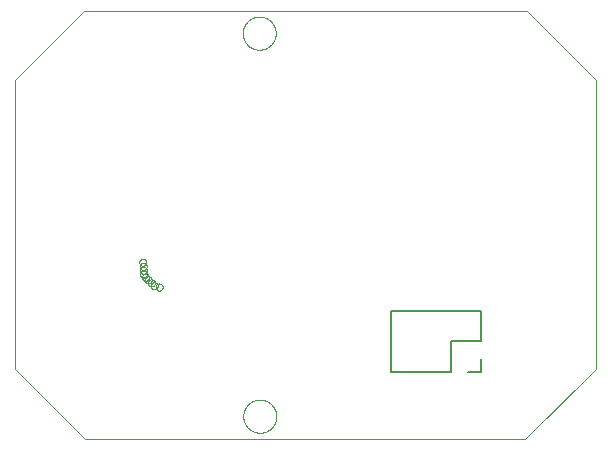
<source format=gbo>
G75*
%MOIN*%
%OFA0B0*%
%FSLAX25Y25*%
%IPPOS*%
%LPD*%
%AMOC8*
5,1,8,0,0,1.08239X$1,22.5*
%
%ADD10C,0.00000*%
%ADD11C,0.00500*%
D10*
X0001855Y0024792D02*
X0025398Y0001249D01*
X0172170Y0001249D01*
X0195713Y0024792D01*
X0195713Y0120934D01*
X0172564Y0144083D01*
X0025005Y0144083D01*
X0001855Y0120934D01*
X0001855Y0024792D01*
X0043627Y0056328D02*
X0043629Y0056397D01*
X0043635Y0056465D01*
X0043645Y0056533D01*
X0043659Y0056600D01*
X0043677Y0056667D01*
X0043698Y0056732D01*
X0043724Y0056796D01*
X0043753Y0056858D01*
X0043785Y0056918D01*
X0043821Y0056977D01*
X0043861Y0057033D01*
X0043903Y0057087D01*
X0043949Y0057138D01*
X0043998Y0057187D01*
X0044049Y0057233D01*
X0044103Y0057275D01*
X0044159Y0057315D01*
X0044217Y0057351D01*
X0044278Y0057383D01*
X0044340Y0057412D01*
X0044404Y0057438D01*
X0044469Y0057459D01*
X0044536Y0057477D01*
X0044603Y0057491D01*
X0044671Y0057501D01*
X0044739Y0057507D01*
X0044808Y0057509D01*
X0044877Y0057507D01*
X0044945Y0057501D01*
X0045013Y0057491D01*
X0045080Y0057477D01*
X0045147Y0057459D01*
X0045212Y0057438D01*
X0045276Y0057412D01*
X0045338Y0057383D01*
X0045398Y0057351D01*
X0045457Y0057315D01*
X0045513Y0057275D01*
X0045567Y0057233D01*
X0045618Y0057187D01*
X0045667Y0057138D01*
X0045713Y0057087D01*
X0045755Y0057033D01*
X0045795Y0056977D01*
X0045831Y0056918D01*
X0045863Y0056858D01*
X0045892Y0056796D01*
X0045918Y0056732D01*
X0045939Y0056667D01*
X0045957Y0056600D01*
X0045971Y0056533D01*
X0045981Y0056465D01*
X0045987Y0056397D01*
X0045989Y0056328D01*
X0045987Y0056259D01*
X0045981Y0056191D01*
X0045971Y0056123D01*
X0045957Y0056056D01*
X0045939Y0055989D01*
X0045918Y0055924D01*
X0045892Y0055860D01*
X0045863Y0055798D01*
X0045831Y0055737D01*
X0045795Y0055679D01*
X0045755Y0055623D01*
X0045713Y0055569D01*
X0045667Y0055518D01*
X0045618Y0055469D01*
X0045567Y0055423D01*
X0045513Y0055381D01*
X0045457Y0055341D01*
X0045399Y0055305D01*
X0045338Y0055273D01*
X0045276Y0055244D01*
X0045212Y0055218D01*
X0045147Y0055197D01*
X0045080Y0055179D01*
X0045013Y0055165D01*
X0044945Y0055155D01*
X0044877Y0055149D01*
X0044808Y0055147D01*
X0044739Y0055149D01*
X0044671Y0055155D01*
X0044603Y0055165D01*
X0044536Y0055179D01*
X0044469Y0055197D01*
X0044404Y0055218D01*
X0044340Y0055244D01*
X0044278Y0055273D01*
X0044217Y0055305D01*
X0044159Y0055341D01*
X0044103Y0055381D01*
X0044049Y0055423D01*
X0043998Y0055469D01*
X0043949Y0055518D01*
X0043903Y0055569D01*
X0043861Y0055623D01*
X0043821Y0055679D01*
X0043785Y0055737D01*
X0043753Y0055798D01*
X0043724Y0055860D01*
X0043698Y0055924D01*
X0043677Y0055989D01*
X0043659Y0056056D01*
X0043645Y0056123D01*
X0043635Y0056191D01*
X0043629Y0056259D01*
X0043627Y0056328D01*
X0043528Y0057607D02*
X0043530Y0057676D01*
X0043536Y0057744D01*
X0043546Y0057812D01*
X0043560Y0057879D01*
X0043578Y0057946D01*
X0043599Y0058011D01*
X0043625Y0058075D01*
X0043654Y0058137D01*
X0043686Y0058197D01*
X0043722Y0058256D01*
X0043762Y0058312D01*
X0043804Y0058366D01*
X0043850Y0058417D01*
X0043899Y0058466D01*
X0043950Y0058512D01*
X0044004Y0058554D01*
X0044060Y0058594D01*
X0044118Y0058630D01*
X0044179Y0058662D01*
X0044241Y0058691D01*
X0044305Y0058717D01*
X0044370Y0058738D01*
X0044437Y0058756D01*
X0044504Y0058770D01*
X0044572Y0058780D01*
X0044640Y0058786D01*
X0044709Y0058788D01*
X0044778Y0058786D01*
X0044846Y0058780D01*
X0044914Y0058770D01*
X0044981Y0058756D01*
X0045048Y0058738D01*
X0045113Y0058717D01*
X0045177Y0058691D01*
X0045239Y0058662D01*
X0045299Y0058630D01*
X0045358Y0058594D01*
X0045414Y0058554D01*
X0045468Y0058512D01*
X0045519Y0058466D01*
X0045568Y0058417D01*
X0045614Y0058366D01*
X0045656Y0058312D01*
X0045696Y0058256D01*
X0045732Y0058197D01*
X0045764Y0058137D01*
X0045793Y0058075D01*
X0045819Y0058011D01*
X0045840Y0057946D01*
X0045858Y0057879D01*
X0045872Y0057812D01*
X0045882Y0057744D01*
X0045888Y0057676D01*
X0045890Y0057607D01*
X0045888Y0057538D01*
X0045882Y0057470D01*
X0045872Y0057402D01*
X0045858Y0057335D01*
X0045840Y0057268D01*
X0045819Y0057203D01*
X0045793Y0057139D01*
X0045764Y0057077D01*
X0045732Y0057016D01*
X0045696Y0056958D01*
X0045656Y0056902D01*
X0045614Y0056848D01*
X0045568Y0056797D01*
X0045519Y0056748D01*
X0045468Y0056702D01*
X0045414Y0056660D01*
X0045358Y0056620D01*
X0045300Y0056584D01*
X0045239Y0056552D01*
X0045177Y0056523D01*
X0045113Y0056497D01*
X0045048Y0056476D01*
X0044981Y0056458D01*
X0044914Y0056444D01*
X0044846Y0056434D01*
X0044778Y0056428D01*
X0044709Y0056426D01*
X0044640Y0056428D01*
X0044572Y0056434D01*
X0044504Y0056444D01*
X0044437Y0056458D01*
X0044370Y0056476D01*
X0044305Y0056497D01*
X0044241Y0056523D01*
X0044179Y0056552D01*
X0044118Y0056584D01*
X0044060Y0056620D01*
X0044004Y0056660D01*
X0043950Y0056702D01*
X0043899Y0056748D01*
X0043850Y0056797D01*
X0043804Y0056848D01*
X0043762Y0056902D01*
X0043722Y0056958D01*
X0043686Y0057016D01*
X0043654Y0057077D01*
X0043625Y0057139D01*
X0043599Y0057203D01*
X0043578Y0057268D01*
X0043560Y0057335D01*
X0043546Y0057402D01*
X0043536Y0057470D01*
X0043530Y0057538D01*
X0043528Y0057607D01*
X0043528Y0058887D02*
X0043530Y0058956D01*
X0043536Y0059024D01*
X0043546Y0059092D01*
X0043560Y0059159D01*
X0043578Y0059226D01*
X0043599Y0059291D01*
X0043625Y0059355D01*
X0043654Y0059417D01*
X0043686Y0059477D01*
X0043722Y0059536D01*
X0043762Y0059592D01*
X0043804Y0059646D01*
X0043850Y0059697D01*
X0043899Y0059746D01*
X0043950Y0059792D01*
X0044004Y0059834D01*
X0044060Y0059874D01*
X0044118Y0059910D01*
X0044179Y0059942D01*
X0044241Y0059971D01*
X0044305Y0059997D01*
X0044370Y0060018D01*
X0044437Y0060036D01*
X0044504Y0060050D01*
X0044572Y0060060D01*
X0044640Y0060066D01*
X0044709Y0060068D01*
X0044778Y0060066D01*
X0044846Y0060060D01*
X0044914Y0060050D01*
X0044981Y0060036D01*
X0045048Y0060018D01*
X0045113Y0059997D01*
X0045177Y0059971D01*
X0045239Y0059942D01*
X0045299Y0059910D01*
X0045358Y0059874D01*
X0045414Y0059834D01*
X0045468Y0059792D01*
X0045519Y0059746D01*
X0045568Y0059697D01*
X0045614Y0059646D01*
X0045656Y0059592D01*
X0045696Y0059536D01*
X0045732Y0059477D01*
X0045764Y0059417D01*
X0045793Y0059355D01*
X0045819Y0059291D01*
X0045840Y0059226D01*
X0045858Y0059159D01*
X0045872Y0059092D01*
X0045882Y0059024D01*
X0045888Y0058956D01*
X0045890Y0058887D01*
X0045888Y0058818D01*
X0045882Y0058750D01*
X0045872Y0058682D01*
X0045858Y0058615D01*
X0045840Y0058548D01*
X0045819Y0058483D01*
X0045793Y0058419D01*
X0045764Y0058357D01*
X0045732Y0058296D01*
X0045696Y0058238D01*
X0045656Y0058182D01*
X0045614Y0058128D01*
X0045568Y0058077D01*
X0045519Y0058028D01*
X0045468Y0057982D01*
X0045414Y0057940D01*
X0045358Y0057900D01*
X0045300Y0057864D01*
X0045239Y0057832D01*
X0045177Y0057803D01*
X0045113Y0057777D01*
X0045048Y0057756D01*
X0044981Y0057738D01*
X0044914Y0057724D01*
X0044846Y0057714D01*
X0044778Y0057708D01*
X0044709Y0057706D01*
X0044640Y0057708D01*
X0044572Y0057714D01*
X0044504Y0057724D01*
X0044437Y0057738D01*
X0044370Y0057756D01*
X0044305Y0057777D01*
X0044241Y0057803D01*
X0044179Y0057832D01*
X0044118Y0057864D01*
X0044060Y0057900D01*
X0044004Y0057940D01*
X0043950Y0057982D01*
X0043899Y0058028D01*
X0043850Y0058077D01*
X0043804Y0058128D01*
X0043762Y0058182D01*
X0043722Y0058238D01*
X0043686Y0058296D01*
X0043654Y0058357D01*
X0043625Y0058419D01*
X0043599Y0058483D01*
X0043578Y0058548D01*
X0043560Y0058615D01*
X0043546Y0058682D01*
X0043536Y0058750D01*
X0043530Y0058818D01*
X0043528Y0058887D01*
X0043430Y0060265D02*
X0043432Y0060334D01*
X0043438Y0060402D01*
X0043448Y0060470D01*
X0043462Y0060537D01*
X0043480Y0060604D01*
X0043501Y0060669D01*
X0043527Y0060733D01*
X0043556Y0060795D01*
X0043588Y0060855D01*
X0043624Y0060914D01*
X0043664Y0060970D01*
X0043706Y0061024D01*
X0043752Y0061075D01*
X0043801Y0061124D01*
X0043852Y0061170D01*
X0043906Y0061212D01*
X0043962Y0061252D01*
X0044020Y0061288D01*
X0044081Y0061320D01*
X0044143Y0061349D01*
X0044207Y0061375D01*
X0044272Y0061396D01*
X0044339Y0061414D01*
X0044406Y0061428D01*
X0044474Y0061438D01*
X0044542Y0061444D01*
X0044611Y0061446D01*
X0044680Y0061444D01*
X0044748Y0061438D01*
X0044816Y0061428D01*
X0044883Y0061414D01*
X0044950Y0061396D01*
X0045015Y0061375D01*
X0045079Y0061349D01*
X0045141Y0061320D01*
X0045201Y0061288D01*
X0045260Y0061252D01*
X0045316Y0061212D01*
X0045370Y0061170D01*
X0045421Y0061124D01*
X0045470Y0061075D01*
X0045516Y0061024D01*
X0045558Y0060970D01*
X0045598Y0060914D01*
X0045634Y0060855D01*
X0045666Y0060795D01*
X0045695Y0060733D01*
X0045721Y0060669D01*
X0045742Y0060604D01*
X0045760Y0060537D01*
X0045774Y0060470D01*
X0045784Y0060402D01*
X0045790Y0060334D01*
X0045792Y0060265D01*
X0045790Y0060196D01*
X0045784Y0060128D01*
X0045774Y0060060D01*
X0045760Y0059993D01*
X0045742Y0059926D01*
X0045721Y0059861D01*
X0045695Y0059797D01*
X0045666Y0059735D01*
X0045634Y0059674D01*
X0045598Y0059616D01*
X0045558Y0059560D01*
X0045516Y0059506D01*
X0045470Y0059455D01*
X0045421Y0059406D01*
X0045370Y0059360D01*
X0045316Y0059318D01*
X0045260Y0059278D01*
X0045202Y0059242D01*
X0045141Y0059210D01*
X0045079Y0059181D01*
X0045015Y0059155D01*
X0044950Y0059134D01*
X0044883Y0059116D01*
X0044816Y0059102D01*
X0044748Y0059092D01*
X0044680Y0059086D01*
X0044611Y0059084D01*
X0044542Y0059086D01*
X0044474Y0059092D01*
X0044406Y0059102D01*
X0044339Y0059116D01*
X0044272Y0059134D01*
X0044207Y0059155D01*
X0044143Y0059181D01*
X0044081Y0059210D01*
X0044020Y0059242D01*
X0043962Y0059278D01*
X0043906Y0059318D01*
X0043852Y0059360D01*
X0043801Y0059406D01*
X0043752Y0059455D01*
X0043706Y0059506D01*
X0043664Y0059560D01*
X0043624Y0059616D01*
X0043588Y0059674D01*
X0043556Y0059735D01*
X0043527Y0059797D01*
X0043501Y0059861D01*
X0043480Y0059926D01*
X0043462Y0059993D01*
X0043448Y0060060D01*
X0043438Y0060128D01*
X0043432Y0060196D01*
X0043430Y0060265D01*
X0044316Y0055245D02*
X0044318Y0055314D01*
X0044324Y0055382D01*
X0044334Y0055450D01*
X0044348Y0055517D01*
X0044366Y0055584D01*
X0044387Y0055649D01*
X0044413Y0055713D01*
X0044442Y0055775D01*
X0044474Y0055835D01*
X0044510Y0055894D01*
X0044550Y0055950D01*
X0044592Y0056004D01*
X0044638Y0056055D01*
X0044687Y0056104D01*
X0044738Y0056150D01*
X0044792Y0056192D01*
X0044848Y0056232D01*
X0044906Y0056268D01*
X0044967Y0056300D01*
X0045029Y0056329D01*
X0045093Y0056355D01*
X0045158Y0056376D01*
X0045225Y0056394D01*
X0045292Y0056408D01*
X0045360Y0056418D01*
X0045428Y0056424D01*
X0045497Y0056426D01*
X0045566Y0056424D01*
X0045634Y0056418D01*
X0045702Y0056408D01*
X0045769Y0056394D01*
X0045836Y0056376D01*
X0045901Y0056355D01*
X0045965Y0056329D01*
X0046027Y0056300D01*
X0046087Y0056268D01*
X0046146Y0056232D01*
X0046202Y0056192D01*
X0046256Y0056150D01*
X0046307Y0056104D01*
X0046356Y0056055D01*
X0046402Y0056004D01*
X0046444Y0055950D01*
X0046484Y0055894D01*
X0046520Y0055835D01*
X0046552Y0055775D01*
X0046581Y0055713D01*
X0046607Y0055649D01*
X0046628Y0055584D01*
X0046646Y0055517D01*
X0046660Y0055450D01*
X0046670Y0055382D01*
X0046676Y0055314D01*
X0046678Y0055245D01*
X0046676Y0055176D01*
X0046670Y0055108D01*
X0046660Y0055040D01*
X0046646Y0054973D01*
X0046628Y0054906D01*
X0046607Y0054841D01*
X0046581Y0054777D01*
X0046552Y0054715D01*
X0046520Y0054654D01*
X0046484Y0054596D01*
X0046444Y0054540D01*
X0046402Y0054486D01*
X0046356Y0054435D01*
X0046307Y0054386D01*
X0046256Y0054340D01*
X0046202Y0054298D01*
X0046146Y0054258D01*
X0046088Y0054222D01*
X0046027Y0054190D01*
X0045965Y0054161D01*
X0045901Y0054135D01*
X0045836Y0054114D01*
X0045769Y0054096D01*
X0045702Y0054082D01*
X0045634Y0054072D01*
X0045566Y0054066D01*
X0045497Y0054064D01*
X0045428Y0054066D01*
X0045360Y0054072D01*
X0045292Y0054082D01*
X0045225Y0054096D01*
X0045158Y0054114D01*
X0045093Y0054135D01*
X0045029Y0054161D01*
X0044967Y0054190D01*
X0044906Y0054222D01*
X0044848Y0054258D01*
X0044792Y0054298D01*
X0044738Y0054340D01*
X0044687Y0054386D01*
X0044638Y0054435D01*
X0044592Y0054486D01*
X0044550Y0054540D01*
X0044510Y0054596D01*
X0044474Y0054654D01*
X0044442Y0054715D01*
X0044413Y0054777D01*
X0044387Y0054841D01*
X0044366Y0054906D01*
X0044348Y0054973D01*
X0044334Y0055040D01*
X0044324Y0055108D01*
X0044318Y0055176D01*
X0044316Y0055245D01*
X0045202Y0054359D02*
X0045204Y0054428D01*
X0045210Y0054496D01*
X0045220Y0054564D01*
X0045234Y0054631D01*
X0045252Y0054698D01*
X0045273Y0054763D01*
X0045299Y0054827D01*
X0045328Y0054889D01*
X0045360Y0054949D01*
X0045396Y0055008D01*
X0045436Y0055064D01*
X0045478Y0055118D01*
X0045524Y0055169D01*
X0045573Y0055218D01*
X0045624Y0055264D01*
X0045678Y0055306D01*
X0045734Y0055346D01*
X0045792Y0055382D01*
X0045853Y0055414D01*
X0045915Y0055443D01*
X0045979Y0055469D01*
X0046044Y0055490D01*
X0046111Y0055508D01*
X0046178Y0055522D01*
X0046246Y0055532D01*
X0046314Y0055538D01*
X0046383Y0055540D01*
X0046452Y0055538D01*
X0046520Y0055532D01*
X0046588Y0055522D01*
X0046655Y0055508D01*
X0046722Y0055490D01*
X0046787Y0055469D01*
X0046851Y0055443D01*
X0046913Y0055414D01*
X0046973Y0055382D01*
X0047032Y0055346D01*
X0047088Y0055306D01*
X0047142Y0055264D01*
X0047193Y0055218D01*
X0047242Y0055169D01*
X0047288Y0055118D01*
X0047330Y0055064D01*
X0047370Y0055008D01*
X0047406Y0054949D01*
X0047438Y0054889D01*
X0047467Y0054827D01*
X0047493Y0054763D01*
X0047514Y0054698D01*
X0047532Y0054631D01*
X0047546Y0054564D01*
X0047556Y0054496D01*
X0047562Y0054428D01*
X0047564Y0054359D01*
X0047562Y0054290D01*
X0047556Y0054222D01*
X0047546Y0054154D01*
X0047532Y0054087D01*
X0047514Y0054020D01*
X0047493Y0053955D01*
X0047467Y0053891D01*
X0047438Y0053829D01*
X0047406Y0053768D01*
X0047370Y0053710D01*
X0047330Y0053654D01*
X0047288Y0053600D01*
X0047242Y0053549D01*
X0047193Y0053500D01*
X0047142Y0053454D01*
X0047088Y0053412D01*
X0047032Y0053372D01*
X0046974Y0053336D01*
X0046913Y0053304D01*
X0046851Y0053275D01*
X0046787Y0053249D01*
X0046722Y0053228D01*
X0046655Y0053210D01*
X0046588Y0053196D01*
X0046520Y0053186D01*
X0046452Y0053180D01*
X0046383Y0053178D01*
X0046314Y0053180D01*
X0046246Y0053186D01*
X0046178Y0053196D01*
X0046111Y0053210D01*
X0046044Y0053228D01*
X0045979Y0053249D01*
X0045915Y0053275D01*
X0045853Y0053304D01*
X0045792Y0053336D01*
X0045734Y0053372D01*
X0045678Y0053412D01*
X0045624Y0053454D01*
X0045573Y0053500D01*
X0045524Y0053549D01*
X0045478Y0053600D01*
X0045436Y0053654D01*
X0045396Y0053710D01*
X0045360Y0053768D01*
X0045328Y0053829D01*
X0045299Y0053891D01*
X0045273Y0053955D01*
X0045252Y0054020D01*
X0045234Y0054087D01*
X0045220Y0054154D01*
X0045210Y0054222D01*
X0045204Y0054290D01*
X0045202Y0054359D01*
X0046284Y0053375D02*
X0046286Y0053444D01*
X0046292Y0053512D01*
X0046302Y0053580D01*
X0046316Y0053647D01*
X0046334Y0053714D01*
X0046355Y0053779D01*
X0046381Y0053843D01*
X0046410Y0053905D01*
X0046442Y0053965D01*
X0046478Y0054024D01*
X0046518Y0054080D01*
X0046560Y0054134D01*
X0046606Y0054185D01*
X0046655Y0054234D01*
X0046706Y0054280D01*
X0046760Y0054322D01*
X0046816Y0054362D01*
X0046874Y0054398D01*
X0046935Y0054430D01*
X0046997Y0054459D01*
X0047061Y0054485D01*
X0047126Y0054506D01*
X0047193Y0054524D01*
X0047260Y0054538D01*
X0047328Y0054548D01*
X0047396Y0054554D01*
X0047465Y0054556D01*
X0047534Y0054554D01*
X0047602Y0054548D01*
X0047670Y0054538D01*
X0047737Y0054524D01*
X0047804Y0054506D01*
X0047869Y0054485D01*
X0047933Y0054459D01*
X0047995Y0054430D01*
X0048055Y0054398D01*
X0048114Y0054362D01*
X0048170Y0054322D01*
X0048224Y0054280D01*
X0048275Y0054234D01*
X0048324Y0054185D01*
X0048370Y0054134D01*
X0048412Y0054080D01*
X0048452Y0054024D01*
X0048488Y0053965D01*
X0048520Y0053905D01*
X0048549Y0053843D01*
X0048575Y0053779D01*
X0048596Y0053714D01*
X0048614Y0053647D01*
X0048628Y0053580D01*
X0048638Y0053512D01*
X0048644Y0053444D01*
X0048646Y0053375D01*
X0048644Y0053306D01*
X0048638Y0053238D01*
X0048628Y0053170D01*
X0048614Y0053103D01*
X0048596Y0053036D01*
X0048575Y0052971D01*
X0048549Y0052907D01*
X0048520Y0052845D01*
X0048488Y0052784D01*
X0048452Y0052726D01*
X0048412Y0052670D01*
X0048370Y0052616D01*
X0048324Y0052565D01*
X0048275Y0052516D01*
X0048224Y0052470D01*
X0048170Y0052428D01*
X0048114Y0052388D01*
X0048056Y0052352D01*
X0047995Y0052320D01*
X0047933Y0052291D01*
X0047869Y0052265D01*
X0047804Y0052244D01*
X0047737Y0052226D01*
X0047670Y0052212D01*
X0047602Y0052202D01*
X0047534Y0052196D01*
X0047465Y0052194D01*
X0047396Y0052196D01*
X0047328Y0052202D01*
X0047260Y0052212D01*
X0047193Y0052226D01*
X0047126Y0052244D01*
X0047061Y0052265D01*
X0046997Y0052291D01*
X0046935Y0052320D01*
X0046874Y0052352D01*
X0046816Y0052388D01*
X0046760Y0052428D01*
X0046706Y0052470D01*
X0046655Y0052516D01*
X0046606Y0052565D01*
X0046560Y0052616D01*
X0046518Y0052670D01*
X0046478Y0052726D01*
X0046442Y0052784D01*
X0046410Y0052845D01*
X0046381Y0052907D01*
X0046355Y0052971D01*
X0046334Y0053036D01*
X0046316Y0053103D01*
X0046302Y0053170D01*
X0046292Y0053238D01*
X0046286Y0053306D01*
X0046284Y0053375D01*
X0047269Y0052391D02*
X0047271Y0052460D01*
X0047277Y0052528D01*
X0047287Y0052596D01*
X0047301Y0052663D01*
X0047319Y0052730D01*
X0047340Y0052795D01*
X0047366Y0052859D01*
X0047395Y0052921D01*
X0047427Y0052981D01*
X0047463Y0053040D01*
X0047503Y0053096D01*
X0047545Y0053150D01*
X0047591Y0053201D01*
X0047640Y0053250D01*
X0047691Y0053296D01*
X0047745Y0053338D01*
X0047801Y0053378D01*
X0047859Y0053414D01*
X0047920Y0053446D01*
X0047982Y0053475D01*
X0048046Y0053501D01*
X0048111Y0053522D01*
X0048178Y0053540D01*
X0048245Y0053554D01*
X0048313Y0053564D01*
X0048381Y0053570D01*
X0048450Y0053572D01*
X0048519Y0053570D01*
X0048587Y0053564D01*
X0048655Y0053554D01*
X0048722Y0053540D01*
X0048789Y0053522D01*
X0048854Y0053501D01*
X0048918Y0053475D01*
X0048980Y0053446D01*
X0049040Y0053414D01*
X0049099Y0053378D01*
X0049155Y0053338D01*
X0049209Y0053296D01*
X0049260Y0053250D01*
X0049309Y0053201D01*
X0049355Y0053150D01*
X0049397Y0053096D01*
X0049437Y0053040D01*
X0049473Y0052981D01*
X0049505Y0052921D01*
X0049534Y0052859D01*
X0049560Y0052795D01*
X0049581Y0052730D01*
X0049599Y0052663D01*
X0049613Y0052596D01*
X0049623Y0052528D01*
X0049629Y0052460D01*
X0049631Y0052391D01*
X0049629Y0052322D01*
X0049623Y0052254D01*
X0049613Y0052186D01*
X0049599Y0052119D01*
X0049581Y0052052D01*
X0049560Y0051987D01*
X0049534Y0051923D01*
X0049505Y0051861D01*
X0049473Y0051800D01*
X0049437Y0051742D01*
X0049397Y0051686D01*
X0049355Y0051632D01*
X0049309Y0051581D01*
X0049260Y0051532D01*
X0049209Y0051486D01*
X0049155Y0051444D01*
X0049099Y0051404D01*
X0049041Y0051368D01*
X0048980Y0051336D01*
X0048918Y0051307D01*
X0048854Y0051281D01*
X0048789Y0051260D01*
X0048722Y0051242D01*
X0048655Y0051228D01*
X0048587Y0051218D01*
X0048519Y0051212D01*
X0048450Y0051210D01*
X0048381Y0051212D01*
X0048313Y0051218D01*
X0048245Y0051228D01*
X0048178Y0051242D01*
X0048111Y0051260D01*
X0048046Y0051281D01*
X0047982Y0051307D01*
X0047920Y0051336D01*
X0047859Y0051368D01*
X0047801Y0051404D01*
X0047745Y0051444D01*
X0047691Y0051486D01*
X0047640Y0051532D01*
X0047591Y0051581D01*
X0047545Y0051632D01*
X0047503Y0051686D01*
X0047463Y0051742D01*
X0047427Y0051800D01*
X0047395Y0051861D01*
X0047366Y0051923D01*
X0047340Y0051987D01*
X0047319Y0052052D01*
X0047301Y0052119D01*
X0047287Y0052186D01*
X0047277Y0052254D01*
X0047271Y0052322D01*
X0047269Y0052391D01*
X0048843Y0051997D02*
X0048845Y0052066D01*
X0048851Y0052134D01*
X0048861Y0052202D01*
X0048875Y0052269D01*
X0048893Y0052336D01*
X0048914Y0052401D01*
X0048940Y0052465D01*
X0048969Y0052527D01*
X0049001Y0052587D01*
X0049037Y0052646D01*
X0049077Y0052702D01*
X0049119Y0052756D01*
X0049165Y0052807D01*
X0049214Y0052856D01*
X0049265Y0052902D01*
X0049319Y0052944D01*
X0049375Y0052984D01*
X0049433Y0053020D01*
X0049494Y0053052D01*
X0049556Y0053081D01*
X0049620Y0053107D01*
X0049685Y0053128D01*
X0049752Y0053146D01*
X0049819Y0053160D01*
X0049887Y0053170D01*
X0049955Y0053176D01*
X0050024Y0053178D01*
X0050093Y0053176D01*
X0050161Y0053170D01*
X0050229Y0053160D01*
X0050296Y0053146D01*
X0050363Y0053128D01*
X0050428Y0053107D01*
X0050492Y0053081D01*
X0050554Y0053052D01*
X0050614Y0053020D01*
X0050673Y0052984D01*
X0050729Y0052944D01*
X0050783Y0052902D01*
X0050834Y0052856D01*
X0050883Y0052807D01*
X0050929Y0052756D01*
X0050971Y0052702D01*
X0051011Y0052646D01*
X0051047Y0052587D01*
X0051079Y0052527D01*
X0051108Y0052465D01*
X0051134Y0052401D01*
X0051155Y0052336D01*
X0051173Y0052269D01*
X0051187Y0052202D01*
X0051197Y0052134D01*
X0051203Y0052066D01*
X0051205Y0051997D01*
X0051203Y0051928D01*
X0051197Y0051860D01*
X0051187Y0051792D01*
X0051173Y0051725D01*
X0051155Y0051658D01*
X0051134Y0051593D01*
X0051108Y0051529D01*
X0051079Y0051467D01*
X0051047Y0051406D01*
X0051011Y0051348D01*
X0050971Y0051292D01*
X0050929Y0051238D01*
X0050883Y0051187D01*
X0050834Y0051138D01*
X0050783Y0051092D01*
X0050729Y0051050D01*
X0050673Y0051010D01*
X0050615Y0050974D01*
X0050554Y0050942D01*
X0050492Y0050913D01*
X0050428Y0050887D01*
X0050363Y0050866D01*
X0050296Y0050848D01*
X0050229Y0050834D01*
X0050161Y0050824D01*
X0050093Y0050818D01*
X0050024Y0050816D01*
X0049955Y0050818D01*
X0049887Y0050824D01*
X0049819Y0050834D01*
X0049752Y0050848D01*
X0049685Y0050866D01*
X0049620Y0050887D01*
X0049556Y0050913D01*
X0049494Y0050942D01*
X0049433Y0050974D01*
X0049375Y0051010D01*
X0049319Y0051050D01*
X0049265Y0051092D01*
X0049214Y0051138D01*
X0049165Y0051187D01*
X0049119Y0051238D01*
X0049077Y0051292D01*
X0049037Y0051348D01*
X0049001Y0051406D01*
X0048969Y0051467D01*
X0048940Y0051529D01*
X0048914Y0051593D01*
X0048893Y0051658D01*
X0048875Y0051725D01*
X0048861Y0051792D01*
X0048851Y0051860D01*
X0048845Y0051928D01*
X0048843Y0051997D01*
X0078100Y0008929D02*
X0078102Y0009077D01*
X0078108Y0009225D01*
X0078118Y0009373D01*
X0078132Y0009520D01*
X0078150Y0009667D01*
X0078171Y0009813D01*
X0078197Y0009959D01*
X0078227Y0010104D01*
X0078260Y0010248D01*
X0078298Y0010391D01*
X0078339Y0010533D01*
X0078384Y0010674D01*
X0078432Y0010814D01*
X0078485Y0010953D01*
X0078541Y0011090D01*
X0078601Y0011225D01*
X0078664Y0011359D01*
X0078731Y0011491D01*
X0078802Y0011621D01*
X0078876Y0011749D01*
X0078953Y0011875D01*
X0079034Y0011999D01*
X0079118Y0012121D01*
X0079205Y0012240D01*
X0079296Y0012357D01*
X0079390Y0012472D01*
X0079486Y0012584D01*
X0079586Y0012694D01*
X0079688Y0012800D01*
X0079794Y0012904D01*
X0079902Y0013005D01*
X0080013Y0013103D01*
X0080126Y0013199D01*
X0080242Y0013291D01*
X0080360Y0013380D01*
X0080481Y0013465D01*
X0080604Y0013548D01*
X0080729Y0013627D01*
X0080856Y0013703D01*
X0080985Y0013775D01*
X0081116Y0013844D01*
X0081249Y0013909D01*
X0081384Y0013970D01*
X0081520Y0014028D01*
X0081657Y0014083D01*
X0081796Y0014133D01*
X0081937Y0014180D01*
X0082078Y0014223D01*
X0082221Y0014263D01*
X0082365Y0014298D01*
X0082509Y0014330D01*
X0082655Y0014357D01*
X0082801Y0014381D01*
X0082948Y0014401D01*
X0083095Y0014417D01*
X0083242Y0014429D01*
X0083390Y0014437D01*
X0083538Y0014441D01*
X0083686Y0014441D01*
X0083834Y0014437D01*
X0083982Y0014429D01*
X0084129Y0014417D01*
X0084276Y0014401D01*
X0084423Y0014381D01*
X0084569Y0014357D01*
X0084715Y0014330D01*
X0084859Y0014298D01*
X0085003Y0014263D01*
X0085146Y0014223D01*
X0085287Y0014180D01*
X0085428Y0014133D01*
X0085567Y0014083D01*
X0085704Y0014028D01*
X0085840Y0013970D01*
X0085975Y0013909D01*
X0086108Y0013844D01*
X0086239Y0013775D01*
X0086368Y0013703D01*
X0086495Y0013627D01*
X0086620Y0013548D01*
X0086743Y0013465D01*
X0086864Y0013380D01*
X0086982Y0013291D01*
X0087098Y0013199D01*
X0087211Y0013103D01*
X0087322Y0013005D01*
X0087430Y0012904D01*
X0087536Y0012800D01*
X0087638Y0012694D01*
X0087738Y0012584D01*
X0087834Y0012472D01*
X0087928Y0012357D01*
X0088019Y0012240D01*
X0088106Y0012121D01*
X0088190Y0011999D01*
X0088271Y0011875D01*
X0088348Y0011749D01*
X0088422Y0011621D01*
X0088493Y0011491D01*
X0088560Y0011359D01*
X0088623Y0011225D01*
X0088683Y0011090D01*
X0088739Y0010953D01*
X0088792Y0010814D01*
X0088840Y0010674D01*
X0088885Y0010533D01*
X0088926Y0010391D01*
X0088964Y0010248D01*
X0088997Y0010104D01*
X0089027Y0009959D01*
X0089053Y0009813D01*
X0089074Y0009667D01*
X0089092Y0009520D01*
X0089106Y0009373D01*
X0089116Y0009225D01*
X0089122Y0009077D01*
X0089124Y0008929D01*
X0089122Y0008781D01*
X0089116Y0008633D01*
X0089106Y0008485D01*
X0089092Y0008338D01*
X0089074Y0008191D01*
X0089053Y0008045D01*
X0089027Y0007899D01*
X0088997Y0007754D01*
X0088964Y0007610D01*
X0088926Y0007467D01*
X0088885Y0007325D01*
X0088840Y0007184D01*
X0088792Y0007044D01*
X0088739Y0006905D01*
X0088683Y0006768D01*
X0088623Y0006633D01*
X0088560Y0006499D01*
X0088493Y0006367D01*
X0088422Y0006237D01*
X0088348Y0006109D01*
X0088271Y0005983D01*
X0088190Y0005859D01*
X0088106Y0005737D01*
X0088019Y0005618D01*
X0087928Y0005501D01*
X0087834Y0005386D01*
X0087738Y0005274D01*
X0087638Y0005164D01*
X0087536Y0005058D01*
X0087430Y0004954D01*
X0087322Y0004853D01*
X0087211Y0004755D01*
X0087098Y0004659D01*
X0086982Y0004567D01*
X0086864Y0004478D01*
X0086743Y0004393D01*
X0086620Y0004310D01*
X0086495Y0004231D01*
X0086368Y0004155D01*
X0086239Y0004083D01*
X0086108Y0004014D01*
X0085975Y0003949D01*
X0085840Y0003888D01*
X0085704Y0003830D01*
X0085567Y0003775D01*
X0085428Y0003725D01*
X0085287Y0003678D01*
X0085146Y0003635D01*
X0085003Y0003595D01*
X0084859Y0003560D01*
X0084715Y0003528D01*
X0084569Y0003501D01*
X0084423Y0003477D01*
X0084276Y0003457D01*
X0084129Y0003441D01*
X0083982Y0003429D01*
X0083834Y0003421D01*
X0083686Y0003417D01*
X0083538Y0003417D01*
X0083390Y0003421D01*
X0083242Y0003429D01*
X0083095Y0003441D01*
X0082948Y0003457D01*
X0082801Y0003477D01*
X0082655Y0003501D01*
X0082509Y0003528D01*
X0082365Y0003560D01*
X0082221Y0003595D01*
X0082078Y0003635D01*
X0081937Y0003678D01*
X0081796Y0003725D01*
X0081657Y0003775D01*
X0081520Y0003830D01*
X0081384Y0003888D01*
X0081249Y0003949D01*
X0081116Y0004014D01*
X0080985Y0004083D01*
X0080856Y0004155D01*
X0080729Y0004231D01*
X0080604Y0004310D01*
X0080481Y0004393D01*
X0080360Y0004478D01*
X0080242Y0004567D01*
X0080126Y0004659D01*
X0080013Y0004755D01*
X0079902Y0004853D01*
X0079794Y0004954D01*
X0079688Y0005058D01*
X0079586Y0005164D01*
X0079486Y0005274D01*
X0079390Y0005386D01*
X0079296Y0005501D01*
X0079205Y0005618D01*
X0079118Y0005737D01*
X0079034Y0005859D01*
X0078953Y0005983D01*
X0078876Y0006109D01*
X0078802Y0006237D01*
X0078731Y0006367D01*
X0078664Y0006499D01*
X0078601Y0006633D01*
X0078541Y0006768D01*
X0078485Y0006905D01*
X0078432Y0007044D01*
X0078384Y0007184D01*
X0078339Y0007325D01*
X0078298Y0007467D01*
X0078260Y0007610D01*
X0078227Y0007754D01*
X0078197Y0007899D01*
X0078171Y0008045D01*
X0078150Y0008191D01*
X0078132Y0008338D01*
X0078118Y0008485D01*
X0078108Y0008633D01*
X0078102Y0008781D01*
X0078100Y0008929D01*
X0077903Y0136606D02*
X0077905Y0136754D01*
X0077911Y0136902D01*
X0077921Y0137050D01*
X0077935Y0137197D01*
X0077953Y0137344D01*
X0077974Y0137490D01*
X0078000Y0137636D01*
X0078030Y0137781D01*
X0078063Y0137925D01*
X0078101Y0138068D01*
X0078142Y0138210D01*
X0078187Y0138351D01*
X0078235Y0138491D01*
X0078288Y0138630D01*
X0078344Y0138767D01*
X0078404Y0138902D01*
X0078467Y0139036D01*
X0078534Y0139168D01*
X0078605Y0139298D01*
X0078679Y0139426D01*
X0078756Y0139552D01*
X0078837Y0139676D01*
X0078921Y0139798D01*
X0079008Y0139917D01*
X0079099Y0140034D01*
X0079193Y0140149D01*
X0079289Y0140261D01*
X0079389Y0140371D01*
X0079491Y0140477D01*
X0079597Y0140581D01*
X0079705Y0140682D01*
X0079816Y0140780D01*
X0079929Y0140876D01*
X0080045Y0140968D01*
X0080163Y0141057D01*
X0080284Y0141142D01*
X0080407Y0141225D01*
X0080532Y0141304D01*
X0080659Y0141380D01*
X0080788Y0141452D01*
X0080919Y0141521D01*
X0081052Y0141586D01*
X0081187Y0141647D01*
X0081323Y0141705D01*
X0081460Y0141760D01*
X0081599Y0141810D01*
X0081740Y0141857D01*
X0081881Y0141900D01*
X0082024Y0141940D01*
X0082168Y0141975D01*
X0082312Y0142007D01*
X0082458Y0142034D01*
X0082604Y0142058D01*
X0082751Y0142078D01*
X0082898Y0142094D01*
X0083045Y0142106D01*
X0083193Y0142114D01*
X0083341Y0142118D01*
X0083489Y0142118D01*
X0083637Y0142114D01*
X0083785Y0142106D01*
X0083932Y0142094D01*
X0084079Y0142078D01*
X0084226Y0142058D01*
X0084372Y0142034D01*
X0084518Y0142007D01*
X0084662Y0141975D01*
X0084806Y0141940D01*
X0084949Y0141900D01*
X0085090Y0141857D01*
X0085231Y0141810D01*
X0085370Y0141760D01*
X0085507Y0141705D01*
X0085643Y0141647D01*
X0085778Y0141586D01*
X0085911Y0141521D01*
X0086042Y0141452D01*
X0086171Y0141380D01*
X0086298Y0141304D01*
X0086423Y0141225D01*
X0086546Y0141142D01*
X0086667Y0141057D01*
X0086785Y0140968D01*
X0086901Y0140876D01*
X0087014Y0140780D01*
X0087125Y0140682D01*
X0087233Y0140581D01*
X0087339Y0140477D01*
X0087441Y0140371D01*
X0087541Y0140261D01*
X0087637Y0140149D01*
X0087731Y0140034D01*
X0087822Y0139917D01*
X0087909Y0139798D01*
X0087993Y0139676D01*
X0088074Y0139552D01*
X0088151Y0139426D01*
X0088225Y0139298D01*
X0088296Y0139168D01*
X0088363Y0139036D01*
X0088426Y0138902D01*
X0088486Y0138767D01*
X0088542Y0138630D01*
X0088595Y0138491D01*
X0088643Y0138351D01*
X0088688Y0138210D01*
X0088729Y0138068D01*
X0088767Y0137925D01*
X0088800Y0137781D01*
X0088830Y0137636D01*
X0088856Y0137490D01*
X0088877Y0137344D01*
X0088895Y0137197D01*
X0088909Y0137050D01*
X0088919Y0136902D01*
X0088925Y0136754D01*
X0088927Y0136606D01*
X0088925Y0136458D01*
X0088919Y0136310D01*
X0088909Y0136162D01*
X0088895Y0136015D01*
X0088877Y0135868D01*
X0088856Y0135722D01*
X0088830Y0135576D01*
X0088800Y0135431D01*
X0088767Y0135287D01*
X0088729Y0135144D01*
X0088688Y0135002D01*
X0088643Y0134861D01*
X0088595Y0134721D01*
X0088542Y0134582D01*
X0088486Y0134445D01*
X0088426Y0134310D01*
X0088363Y0134176D01*
X0088296Y0134044D01*
X0088225Y0133914D01*
X0088151Y0133786D01*
X0088074Y0133660D01*
X0087993Y0133536D01*
X0087909Y0133414D01*
X0087822Y0133295D01*
X0087731Y0133178D01*
X0087637Y0133063D01*
X0087541Y0132951D01*
X0087441Y0132841D01*
X0087339Y0132735D01*
X0087233Y0132631D01*
X0087125Y0132530D01*
X0087014Y0132432D01*
X0086901Y0132336D01*
X0086785Y0132244D01*
X0086667Y0132155D01*
X0086546Y0132070D01*
X0086423Y0131987D01*
X0086298Y0131908D01*
X0086171Y0131832D01*
X0086042Y0131760D01*
X0085911Y0131691D01*
X0085778Y0131626D01*
X0085643Y0131565D01*
X0085507Y0131507D01*
X0085370Y0131452D01*
X0085231Y0131402D01*
X0085090Y0131355D01*
X0084949Y0131312D01*
X0084806Y0131272D01*
X0084662Y0131237D01*
X0084518Y0131205D01*
X0084372Y0131178D01*
X0084226Y0131154D01*
X0084079Y0131134D01*
X0083932Y0131118D01*
X0083785Y0131106D01*
X0083637Y0131098D01*
X0083489Y0131094D01*
X0083341Y0131094D01*
X0083193Y0131098D01*
X0083045Y0131106D01*
X0082898Y0131118D01*
X0082751Y0131134D01*
X0082604Y0131154D01*
X0082458Y0131178D01*
X0082312Y0131205D01*
X0082168Y0131237D01*
X0082024Y0131272D01*
X0081881Y0131312D01*
X0081740Y0131355D01*
X0081599Y0131402D01*
X0081460Y0131452D01*
X0081323Y0131507D01*
X0081187Y0131565D01*
X0081052Y0131626D01*
X0080919Y0131691D01*
X0080788Y0131760D01*
X0080659Y0131832D01*
X0080532Y0131908D01*
X0080407Y0131987D01*
X0080284Y0132070D01*
X0080163Y0132155D01*
X0080045Y0132244D01*
X0079929Y0132336D01*
X0079816Y0132432D01*
X0079705Y0132530D01*
X0079597Y0132631D01*
X0079491Y0132735D01*
X0079389Y0132841D01*
X0079289Y0132951D01*
X0079193Y0133063D01*
X0079099Y0133178D01*
X0079008Y0133295D01*
X0078921Y0133414D01*
X0078837Y0133536D01*
X0078756Y0133660D01*
X0078679Y0133786D01*
X0078605Y0133914D01*
X0078534Y0134044D01*
X0078467Y0134176D01*
X0078404Y0134310D01*
X0078344Y0134445D01*
X0078288Y0134582D01*
X0078235Y0134721D01*
X0078187Y0134861D01*
X0078142Y0135002D01*
X0078101Y0135144D01*
X0078063Y0135287D01*
X0078030Y0135431D01*
X0078000Y0135576D01*
X0077974Y0135722D01*
X0077953Y0135868D01*
X0077935Y0136015D01*
X0077921Y0136162D01*
X0077911Y0136310D01*
X0077905Y0136458D01*
X0077903Y0136606D01*
D11*
X0127485Y0043887D02*
X0127485Y0023808D01*
X0147367Y0023808D01*
X0147367Y0033847D01*
X0157406Y0033847D01*
X0157406Y0043887D01*
X0127485Y0043887D01*
X0153076Y0023808D02*
X0157209Y0023808D01*
X0157209Y0027942D01*
M02*

</source>
